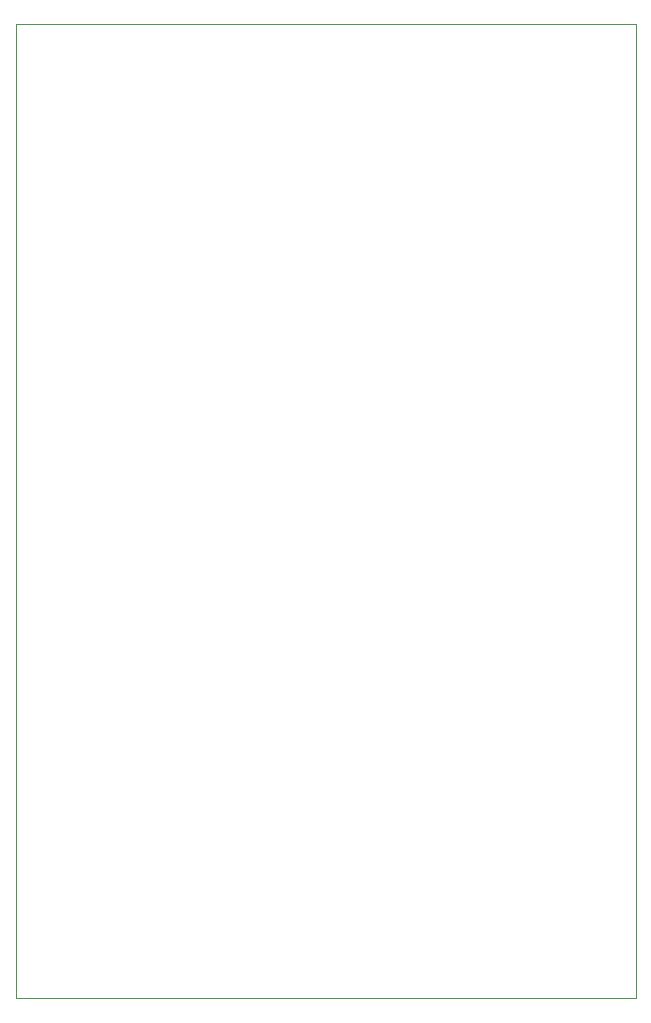
<source format=gbr>
%TF.GenerationSoftware,Altium Limited,Altium Designer,21.2.1 (34)*%
G04 Layer_Color=0*
%FSLAX45Y45*%
%MOMM*%
%TF.SameCoordinates,33E7FE8D-E1FD-4CC8-B6C0-267CAA33A984*%
%TF.FilePolarity,Positive*%
%TF.FileFunction,Profile,NP*%
%TF.Part,Single*%
G01*
G75*
%TA.AperFunction,Profile*%
%ADD76C,0.02540*%
D76*
X0Y0D02*
Y8250000D01*
X5250000D01*
Y0D01*
X0D01*
%TF.MD5,b50c26ab01a1a46365685bba95b4f194*%
M02*

</source>
